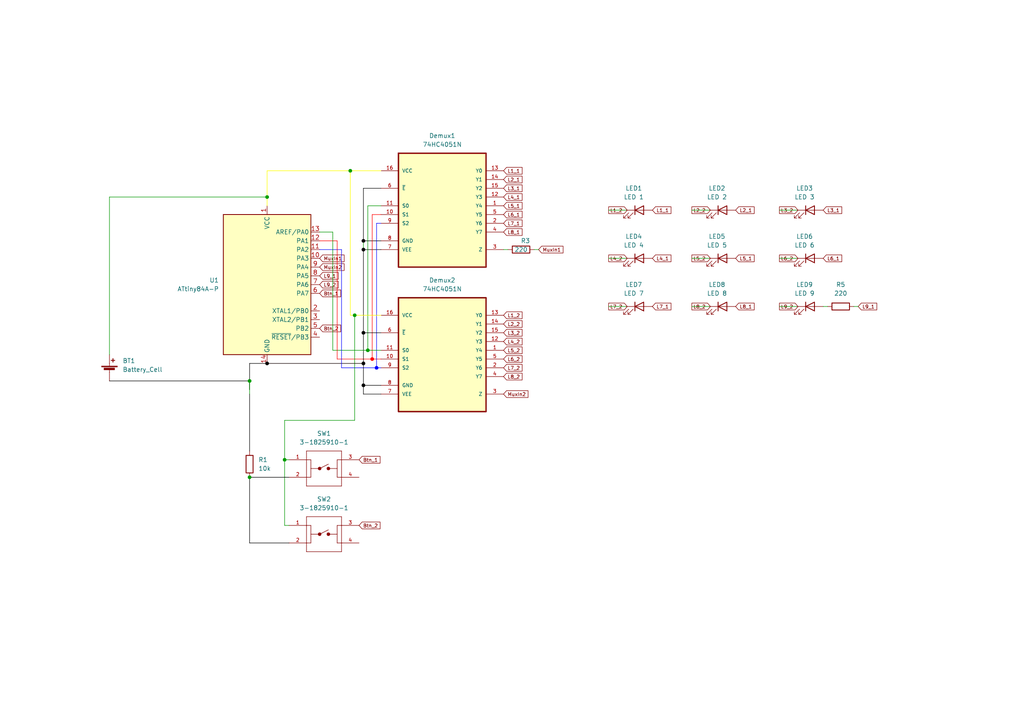
<source format=kicad_sch>
(kicad_sch (version 20211123) (generator eeschema)
  (paper "A4")
  (lib_symbols
    (symbol "74HC4051N:74HC4051N" (pin_names (offset 1.016))
      (property "Reference" "U" (at -5.207 15.8496 0))
      (property "Value" "74HC4051N" (at -5.5118 -25.1206 0))
      (symbol "74HC4051N_0_0"
        (rectangle (start -12.7 -20.32) (end 12.7 12.7) (stroke (width 0.4064)) (fill (type background)))
        (pin bidirectional line (at 17.78 -2.54 180) (length 5.08) (name "Y4") (number "1"))
        (pin input line (at -17.78 -5.08 0) (length 5.08) (name "S1") (number "10"))
        (pin input line (at -17.78 -2.54 0) (length 5.08) (name "S0") (number "11"))
        (pin bidirectional line (at 17.78 0 180) (length 5.08) (name "Y3") (number "12"))
        (pin bidirectional line (at 17.78 7.62 180) (length 5.08) (name "Y0") (number "13"))
        (pin bidirectional line (at 17.78 5.08 180) (length 5.08) (name "Y1") (number "14"))
        (pin bidirectional line (at 17.78 2.54 180) (length 5.08) (name "Y2") (number "15"))
        (pin power_in line (at -17.78 7.62 0) (length 5.08) (name "VCC") (number "16"))
        (pin bidirectional line (at 17.78 -7.62 180) (length 5.08) (name "Y6") (number "2"))
        (pin bidirectional line (at 17.78 -15.24 180) (length 5.08) (name "Z") (number "3"))
        (pin bidirectional line (at 17.78 -10.16 180) (length 5.08) (name "Y7") (number "4"))
        (pin bidirectional line (at 17.78 -5.08 180) (length 5.08) (name "Y5") (number "5"))
        (pin input line (at -17.78 2.54 0) (length 5.08) (name "~{E}") (number "6"))
        (pin power_in line (at -17.78 -15.24 0) (length 5.08) (name "VEE") (number "7"))
        (pin passive line (at -17.78 -12.7 0) (length 5.08) (name "GND") (number "8"))
        (pin input line (at -17.78 -7.62 0) (length 5.08) (name "S2") (number "9"))
      )
    )
    (symbol "Arduino push button:3-1825910-1" (pin_names (offset 1.016) hide)
      (property "Reference" "SW" (at -5.08 5.588 0))
      (property "Value" "3-1825910-1" (at -5.08 -7.62 0))
      (symbol "3-1825910-1_0_0"
        (circle (center -1.27 0) (radius 0.254) (stroke (width 0.508)))
        (polyline (pts (xy -5.08 -5.08) (xy -5.08 -2.54)) (stroke (width 0.1524)))
        (polyline (pts (xy -5.08 -2.54) (xy -5.08 2.54)) (stroke (width 0.1524)))
        (polyline (pts (xy -5.08 2.54) (xy -5.08 5.08)) (stroke (width 0.1524)))
        (polyline (pts (xy -5.08 2.54) (xy -3.81 2.54)) (stroke (width 0.1524)))
        (polyline (pts (xy -5.08 5.08) (xy 5.08 5.08)) (stroke (width 0.1524)))
        (polyline (pts (xy -3.81 -2.54) (xy -5.08 -2.54)) (stroke (width 0.1524)))
        (polyline (pts (xy -3.81 0) (xy -3.81 -2.54)) (stroke (width 0.1524)))
        (polyline (pts (xy -3.81 0) (xy -1.27 0)) (stroke (width 0.1524)))
        (polyline (pts (xy -3.81 2.54) (xy -3.81 0)) (stroke (width 0.1524)))
        (polyline (pts (xy -1.27 0) (xy 1.27 1.27)) (stroke (width 0.1524)))
        (polyline (pts (xy 1.27 0) (xy 3.81 0)) (stroke (width 0.1524)))
        (polyline (pts (xy 3.81 -2.54) (xy 5.08 -2.54)) (stroke (width 0.1524)))
        (polyline (pts (xy 3.81 0) (xy 3.81 -2.54)) (stroke (width 0.1524)))
        (polyline (pts (xy 3.81 0) (xy 3.81 2.54)) (stroke (width 0.1524)))
        (polyline (pts (xy 3.81 2.54) (xy 5.08 2.54)) (stroke (width 0.1524)))
        (polyline (pts (xy 5.08 -5.08) (xy -5.08 -5.08)) (stroke (width 0.1524)))
        (polyline (pts (xy 5.08 -2.54) (xy 5.08 -5.08)) (stroke (width 0.1524)))
        (polyline (pts (xy 5.08 2.54) (xy 5.08 -2.54)) (stroke (width 0.1524)))
        (polyline (pts (xy 5.08 5.08) (xy 5.08 2.54)) (stroke (width 0.1524)))
        (circle (center 1.27 0) (radius 0.254) (stroke (width 0.508)))
        (pin passive line (at -10.16 2.54 0) (length 5.08) (name "~") (number "1"))
        (pin passive line (at -10.16 -2.54 0) (length 5.08) (name "~") (number "2"))
        (pin passive line (at 10.16 2.54 180) (length 5.08) (name "~") (number "3"))
        (pin passive line (at 10.16 -2.54 180) (length 5.08) (name "~") (number "4"))
      )
    )
    (symbol "Device:Battery_Cell" (pin_numbers hide) (pin_names (offset 0) hide)
      (property "Reference" "BT" (at 2.54 2.54 0))
      (property "Value" "Battery_Cell" (at 2.54 0 0))
      (symbol "Battery_Cell_0_1"
        (rectangle (start -2.286 1.778) (end 2.286 1.524) (fill (type outline)))
        (rectangle (start -1.5748 1.1938) (end 1.4732 0.6858) (fill (type outline)))
        (polyline (pts (xy 0 0.762) (xy 0 0)))
        (polyline (pts (xy 0 1.778) (xy 0 2.54)))
        (polyline (pts (xy 0.508 3.429) (xy 1.524 3.429)) (stroke (width 0.254)))
        (polyline (pts (xy 1.016 3.937) (xy 1.016 2.921)) (stroke (width 0.254)))
      )
      (symbol "Battery_Cell_1_1"
        (pin passive line (at 0 5.08 270) (length 2.54) (name "+") (number "1"))
        (pin passive line (at 0 -2.54 90) (length 2.54) (name "-") (number "2"))
      )
    )
    (symbol "Device:LED" (pin_numbers hide) (pin_names (offset 1.016) hide)
      (property "Reference" "D" (at 0 2.54 0))
      (property "Value" "LED" (at 0 -2.54 0))
      (symbol "LED_0_1"
        (polyline (pts (xy -1.27 -1.27) (xy -1.27 1.27)) (stroke (width 0.254)))
        (polyline (pts (xy -1.27 0) (xy 1.27 0)))
        (polyline (pts (xy 1.27 -1.27) (xy 1.27 1.27) (xy -1.27 0) (xy 1.27 -1.27)) (stroke (width 0.254)))
        (polyline (pts (xy -3.048 -0.762) (xy -4.572 -2.286) (xy -3.81 -2.286) (xy -4.572 -2.286) (xy -4.572 -1.524)))
        (polyline (pts (xy -1.778 -0.762) (xy -3.302 -2.286) (xy -2.54 -2.286) (xy -3.302 -2.286) (xy -3.302 -1.524)))
      )
      (symbol "LED_1_1"
        (pin passive line (at -3.81 0 0) (length 2.54) (name "K") (number "1"))
        (pin passive line (at 3.81 0 180) (length 2.54) (name "A") (number "2"))
      )
    )
    (symbol "Device:R" (pin_numbers hide) (pin_names (offset 0))
      (property "Reference" "R" (at 2.032 0 90))
      (property "Value" "R" (at 0 0 90))
      (symbol "R_0_1"
        (rectangle (start -1.016 -2.54) (end 1.016 2.54) (stroke (width 0.254)))
      )
      (symbol "R_1_1"
        (pin passive line (at 0 3.81 270) (length 1.27) (name "~") (number "1"))
        (pin passive line (at 0 -3.81 90) (length 1.27) (name "~") (number "2"))
      )
    )
    (symbol "MCU_Microchip_ATtiny:ATtiny84A-P"
      (property "Reference" "U" (at -12.7 21.59 0))
      (property "Value" "ATtiny84A-P" (at 2.54 -21.59 0))
      (symbol "ATtiny84A-P_0_1"
        (rectangle (start -12.7 -20.32) (end 12.7 20.32) (stroke (width 0.254)) (fill (type background)))
      )
      (symbol "ATtiny84A-P_1_1"
        (pin power_in line (at 0 22.86 270) (length 2.54) (name "VCC") (number "1"))
        (pin bidirectional line (at 15.24 7.62 180) (length 2.54) (name "PA3") (number "10"))
        (pin bidirectional line (at 15.24 10.16 180) (length 2.54) (name "PA2") (number "11"))
        (pin bidirectional line (at 15.24 12.7 180) (length 2.54) (name "PA1") (number "12"))
        (pin bidirectional line (at 15.24 15.24 180) (length 2.54) (name "AREF/PA0") (number "13"))
        (pin power_in line (at 0 -22.86 90) (length 2.54) (name "GND") (number "14"))
        (pin bidirectional line (at 15.24 -7.62 180) (length 2.54) (name "XTAL1/PB0") (number "2"))
        (pin bidirectional line (at 15.24 -10.16 180) (length 2.54) (name "XTAL2/PB1") (number "3"))
        (pin bidirectional line (at 15.24 -15.24 180) (length 2.54) (name "~{RESET}/PB3") (number "4"))
        (pin bidirectional line (at 15.24 -12.7 180) (length 2.54) (name "PB2") (number "5"))
        (pin bidirectional line (at 15.24 -2.54 180) (length 2.54) (name "PA7") (number "6"))
        (pin bidirectional line (at 15.24 0 180) (length 2.54) (name "PA6") (number "7"))
        (pin bidirectional line (at 15.24 2.54 180) (length 2.54) (name "PA5") (number "8"))
        (pin bidirectional line (at 15.24 5.08 180) (length 2.54) (name "PA4") (number "9"))
      )
    )
  )
  (junction (at 105.41 96.52) (color 0 0 0 1))
  (junction (at 101.6 49.53))
  (junction (at 77.47 57.15))
  (junction (at 109.22 106.68) (color 0 0 255 1))
  (junction (at 105.41 72.39) (color 5 5 5 1))
  (junction (at 105.41 111.76) (color 0 0 0 1))
  (junction (at 102.87 91.44))
  (junction (at 82.55 133.35))
  (junction (at 107.95 104.14) (color 255 0 0 1))
  (junction (at 72.39 110.49))
  (junction (at 72.39 138.43))
  (junction (at 105.41 105.41) (color 0 0 0 1))
  (junction (at 106.68 101.6))
  (junction (at 105.41 69.85) (color 5 5 5 1))
  (junction (at 77.47 105.41) (color 0 0 0 1))
  (wire (pts (xy 105.41 105.41) (xy 105.41 96.52)) (stroke (width 0) (color 0 0 0 1)))
  (wire (pts (xy 102.87 91.44) (xy 101.6 91.44)) (stroke (width 0) (color 255 255 0 1)))
  (wire (pts (xy 99.06 106.68) (xy 99.06 72.39)) (stroke (width 0) (color 0 0 255 1)))
  (wire (pts (xy 83.82 152.4) (xy 82.55 152.4)))
  (wire (pts (xy 72.39 138.43) (xy 83.82 138.43)) (stroke (width 0) (color 0 0 0 1)))
  (wire (pts (xy 110.49 96.52) (xy 105.41 96.52)) (stroke (width 0) (color 0 0 0 1)))
  (wire (pts (xy 31.75 110.49) (xy 72.39 110.49)) (stroke (width 0) (color 0 0 0 1)))
  (wire (pts (xy 105.41 96.52) (xy 105.41 72.39)) (stroke (width 0) (color 0 0 0 1)))
  (wire (pts (xy 200.66 60.96) (xy 205.74 60.96)))
  (wire (pts (xy 106.68 59.69) (xy 110.49 59.69)))
  (wire (pts (xy 176.53 88.9) (xy 181.61 88.9)))
  (wire (pts (xy 82.55 152.4) (xy 82.55 133.35)))
  (wire (pts (xy 106.68 101.6) (xy 96.52 101.6)))
  (wire (pts (xy 72.39 105.41) (xy 77.47 105.41)) (stroke (width 0) (color 0 0 0 1)))
  (wire (pts (xy 96.52 101.6) (xy 96.52 67.31)))
  (wire (pts (xy 107.95 104.14) (xy 107.95 62.23)) (stroke (width 0) (color 255 0 0 1)))
  (wire (pts (xy 77.47 49.53) (xy 77.47 57.15)) (stroke (width 0) (color 255 255 0 1)))
  (wire (pts (xy 72.39 110.49) (xy 72.39 105.41)) (stroke (width 0) (color 0 0 0 1)))
  (wire (pts (xy 248.92 88.9) (xy 247.65 88.9)))
  (wire (pts (xy 110.49 91.44) (xy 102.87 91.44)) (stroke (width 0) (color 255 255 0 1)))
  (wire (pts (xy 105.41 114.3) (xy 105.41 111.76)) (stroke (width 0) (color 0 0 0 1)))
  (wire (pts (xy 101.6 49.53) (xy 101.6 91.44)) (stroke (width 0) (color 255 255 0 1)))
  (wire (pts (xy 31.75 102.87) (xy 31.75 57.15)))
  (wire (pts (xy 110.49 101.6) (xy 106.68 101.6)))
  (wire (pts (xy 102.87 91.44) (xy 102.87 121.92)))
  (wire (pts (xy 106.68 101.6) (xy 106.68 59.69)))
  (wire (pts (xy 238.76 88.9) (xy 240.03 88.9)))
  (wire (pts (xy 105.41 69.85) (xy 110.49 69.85)) (stroke (width 0) (color 0 0 0 1)))
  (wire (pts (xy 105.41 54.61) (xy 110.49 54.61)) (stroke (width 0) (color 0 0 0 1)))
  (wire (pts (xy 105.41 105.41) (xy 105.41 111.76)) (stroke (width 0) (color 0 0 0 1)))
  (wire (pts (xy 105.41 72.39) (xy 105.41 69.85)))
  (wire (pts (xy 107.95 62.23) (xy 110.49 62.23)) (stroke (width 0) (color 255 0 0 1)))
  (wire (pts (xy 97.79 104.14) (xy 97.79 69.85)) (stroke (width 0) (color 255 0 0 1)))
  (wire (pts (xy 109.22 64.77) (xy 109.22 106.68)) (stroke (width 0) (color 0 0 255 1)))
  (wire (pts (xy 200.66 74.93) (xy 205.74 74.93)))
  (wire (pts (xy 109.22 106.68) (xy 99.06 106.68)) (stroke (width 0) (color 0 0 255 1)))
  (wire (pts (xy 83.82 157.48) (xy 72.39 157.48)) (stroke (width 0) (color 0 0 0 1)))
  (wire (pts (xy 226.06 60.96) (xy 231.14 60.96)))
  (wire (pts (xy 99.06 72.39) (xy 92.71 72.39)) (stroke (width 0) (color 0 0 255 1)))
  (wire (pts (xy 226.06 74.93) (xy 231.14 74.93)))
  (wire (pts (xy 72.39 130.81) (xy 72.39 114.3)) (stroke (width 0) (color 0 0 0 1)))
  (wire (pts (xy 105.41 72.39) (xy 110.49 72.39)) (stroke (width 0) (color 0 0 0 1)))
  (wire (pts (xy 146.05 72.39) (xy 147.32 72.39)))
  (wire (pts (xy 105.41 69.85) (xy 105.41 54.61)) (stroke (width 0) (color 0 0 0 1)))
  (wire (pts (xy 82.55 133.35) (xy 83.82 133.35)))
  (wire (pts (xy 105.41 111.76) (xy 110.49 111.76)) (stroke (width 0) (color 0 0 0 1)))
  (wire (pts (xy 77.47 105.41) (xy 105.41 105.41)) (stroke (width 0) (color 18 0 0 1)))
  (wire (pts (xy 176.53 60.96) (xy 181.61 60.96)))
  (wire (pts (xy 110.49 64.77) (xy 109.22 64.77)) (stroke (width 0) (color 0 0 255 1)))
  (wire (pts (xy 176.53 74.93) (xy 181.61 74.93)))
  (wire (pts (xy 109.22 106.68) (xy 110.49 106.68)) (stroke (width 0) (color 0 0 255 1)))
  (wire (pts (xy 72.39 110.49) (xy 72.39 113.03)) (stroke (width 0) (color 0 0 0 1)))
  (wire (pts (xy 101.6 49.53) (xy 77.47 49.53)) (stroke (width 0) (color 255 255 0 1)))
  (wire (pts (xy 102.87 121.92) (xy 82.55 121.92)))
  (wire (pts (xy 226.06 88.9) (xy 231.14 88.9)))
  (wire (pts (xy 31.75 57.15) (xy 77.47 57.15)))
  (wire (pts (xy 82.55 121.92) (xy 82.55 133.35)))
  (wire (pts (xy 97.79 69.85) (xy 92.71 69.85)) (stroke (width 0) (color 255 0 0 1)))
  (wire (pts (xy 107.95 104.14) (xy 97.79 104.14)) (stroke (width 0) (color 255 0 0 1)))
  (wire (pts (xy 72.39 110.49) (xy 72.39 114.3)))
  (wire (pts (xy 77.47 57.15) (xy 77.47 59.69)) (stroke (width 0) (color 255 255 0 1)))
  (wire (pts (xy 96.52 67.31) (xy 92.71 67.31)))
  (wire (pts (xy 110.49 104.14) (xy 107.95 104.14)) (stroke (width 0) (color 255 0 0 1)))
  (wire (pts (xy 110.49 49.53) (xy 101.6 49.53)) (stroke (width 0) (color 255 255 0 1)))
  (wire (pts (xy 154.94 72.39) (xy 156.21 72.39)))
  (wire (pts (xy 72.39 157.48) (xy 72.39 138.43)) (stroke (width 0) (color 0 0 0 1)))
  (wire (pts (xy 200.66 88.9) (xy 205.74 88.9)))
  (wire (pts (xy 110.49 114.3) (xy 105.41 114.3)) (stroke (width 0) (color 0 0 0 1)))
  (global_label "L8_1" (shape input) (at 146.05 67.31 0) (effects (font (size 1 1))) (property "Intersheet References" "${INTERSHEET_REFS}" (effects hide)))
  (global_label "L1_1" (shape input) (at 189.23 60.96 0) (effects (font (size 1 1))) (property "Intersheet References" "${INTERSHEET_REFS}" (effects hide)))
  (global_label "L2_1" (shape input) (at 146.05 52.07 0) (effects (font (size 1 1))) (property "Intersheet References" "${INTERSHEET_REFS}" (effects hide)))
  (global_label "MuxIn2" (shape input) (at 92.71 77.47 0) (effects (font (size 1 1))) (property "Intersheet References" "${INTERSHEET_REFS}" (effects hide)))
  (global_label "L1_2" (shape output) (at 176.53 60.96 0) (effects (font (size 1 1))) (property "Intersheet References" "${INTERSHEET_REFS}" (effects hide)))
  (global_label "L8_2" (shape output) (at 200.66 88.9 0) (effects (font (size 1 1))) (property "Intersheet References" "${INTERSHEET_REFS}" (effects hide)))
  (global_label "L4_2" (shape input) (at 146.05 99.06 0) (effects (font (size 1 1))) (property "Intersheet References" "${INTERSHEET_REFS}" (effects hide)))
  (global_label "L4_1" (shape input) (at 189.23 74.93 0) (effects (font (size 1 1))) (property "Intersheet References" "${INTERSHEET_REFS}" (effects hide)))
  (global_label "MuxIn2" (shape input) (at 146.05 114.3 0) (effects (font (size 1 1))) (property "Intersheet References" "${INTERSHEET_REFS}" (effects hide)))
  (global_label "MuxIn1" (shape input) (at 92.71 74.93 0) (effects (font (size 1 1))) (property "Intersheet References" "${INTERSHEET_REFS}" (effects hide)))
  (global_label "L3_2" (shape output) (at 226.06 60.96 0) (effects (font (size 1 1))) (property "Intersheet References" "${INTERSHEET_REFS}" (effects hide)))
  (global_label "L8_2" (shape input) (at 146.05 109.22 0) (effects (font (size 1 1))) (property "Intersheet References" "${INTERSHEET_REFS}" (effects hide)))
  (global_label "L5_2" (shape output) (at 200.66 74.93 0) (effects (font (size 1 1))) (property "Intersheet References" "${INTERSHEET_REFS}" (effects hide)))
  (global_label "L6_1" (shape input) (at 238.76 74.93 0) (effects (font (size 1 1))) (property "Intersheet References" "${INTERSHEET_REFS}" (effects hide)))
  (global_label "L2_1" (shape input) (at 213.36 60.96 0) (effects (font (size 1 1))) (property "Intersheet References" "${INTERSHEET_REFS}" (effects hide)))
  (global_label "L7_2" (shape output) (at 176.53 88.9 0) (effects (font (size 1 1))) (property "Intersheet References" "${INTERSHEET_REFS}" (effects hide)))
  (global_label "L4_2" (shape output) (at 176.53 74.93 0) (effects (font (size 1 1))) (property "Intersheet References" "${INTERSHEET_REFS}" (effects hide)))
  (global_label "L9_2" (shape output) (at 226.06 88.9 0) (effects (font (size 1 1))) (property "Intersheet References" "${INTERSHEET_REFS}" (effects hide)))
  (global_label "L1_1" (shape input) (at 146.05 49.53 0) (effects (font (size 1 1))) (property "Intersheet References" "${INTERSHEET_REFS}" (effects hide)))
  (global_label "MuxIn1" (shape input) (at 156.21 72.39 0) (effects (font (size 1 1))) (property "Intersheet References" "${INTERSHEET_REFS}" (effects hide)))
  (global_label "L6_1" (shape input) (at 146.05 62.23 0) (effects (font (size 1 1))) (property "Intersheet References" "${INTERSHEET_REFS}" (effects hide)))
  (global_label "L1_2" (shape input) (at 146.05 91.44 0) (effects (font (size 1 1))) (property "Intersheet References" "${INTERSHEET_REFS}" (effects hide)))
  (global_label "L6_2" (shape output) (at 226.06 74.93 0) (effects (font (size 1 1))) (property "Intersheet References" "${INTERSHEET_REFS}" (effects hide)))
  (global_label "L3_1" (shape input) (at 146.05 54.61 0) (effects (font (size 1 1))) (property "Intersheet References" "${INTERSHEET_REFS}" (effects hide)))
  (global_label "L5_1" (shape input) (at 146.05 59.69 0) (effects (font (size 1 1))) (property "Intersheet References" "${INTERSHEET_REFS}" (effects hide)))
  (global_label "Btn_1" (shape input) (at 104.14 133.35 0) (effects (font (size 1 1))) (property "Intersheet References" "${INTERSHEET_REFS}" (effects hide)))
  (global_label "L9_1" (shape input) (at 92.71 80.01 0) (effects (font (size 1 1))) (property "Intersheet References" "${INTERSHEET_REFS}" (effects hide)))
  (global_label "L9_1" (shape input) (at 248.92 88.9 0) (effects (font (size 1 1))) (property "Intersheet References" "${INTERSHEET_REFS}" (effects hide)))
  (global_label "Btn_2" (shape input) (at 104.14 152.4 0) (effects (font (size 1 1))) (property "Intersheet References" "${INTERSHEET_REFS}" (effects hide)))
  (global_label "L6_2" (shape input) (at 146.05 104.14 0) (effects (font (size 1 1))) (property "Intersheet References" "${INTERSHEET_REFS}" (effects hide)))
  (global_label "L8_1" (shape input) (at 213.36 88.9 0) (effects (font (size 1 1))) (property "Intersheet References" "${INTERSHEET_REFS}" (effects hide)))
  (global_label "L4_1" (shape input) (at 146.05 57.15 0) (effects (font (size 1 1))) (property "Intersheet References" "${INTERSHEET_REFS}" (effects hide)))
  (global_label "L2_2" (shape input) (at 146.05 93.98 0) (effects (font (size 1 1))) (property "Intersheet References" "${INTERSHEET_REFS}" (effects hide)))
  (global_label "L5_1" (shape input) (at 213.36 74.93 0) (effects (font (size 1 1))) (property "Intersheet References" "${INTERSHEET_REFS}" (effects hide)))
  (global_label "L7_2" (shape input) (at 146.05 106.68 0) (effects (font (size 1 1))) (property "Intersheet References" "${INTERSHEET_REFS}" (effects hide)))
  (global_label "L2_2" (shape output) (at 200.66 60.96 0) (effects (font (size 1 1))) (property "Intersheet References" "${INTERSHEET_REFS}" (effects hide)))
  (global_label "L7_1" (shape input) (at 189.23 88.9 0) (effects (font (size 1 1))) (property "Intersheet References" "${INTERSHEET_REFS}" (effects hide)))
  (global_label "L3_2" (shape input) (at 146.05 96.52 0) (effects (font (size 1 1))) (property "Intersheet References" "${INTERSHEET_REFS}" (effects hide)))
  (global_label "Btn_2" (shape input) (at 92.71 95.25 0) (effects (font (size 1 1))) (property "Intersheet References" "${INTERSHEET_REFS}" (effects hide)))
  (global_label "L7_1" (shape input) (at 146.05 64.77 0) (effects (font (size 1 1))) (property "Intersheet References" "${INTERSHEET_REFS}" (effects hide)))
  (global_label "L3_1" (shape input) (at 238.76 60.96 0) (effects (font (size 1 1))) (property "Intersheet References" "${INTERSHEET_REFS}" (effects hide)))
  (global_label "Btn_1" (shape input) (at 92.71 85.09 0) (effects (font (size 1 1))) (property "Intersheet References" "${INTERSHEET_REFS}" (effects hide)))
  (global_label "L9_2" (shape input) (at 92.71 82.55 0) (effects (font (size 1 1))) (property "Intersheet References" "${INTERSHEET_REFS}" (effects hide)))
  (global_label "L5_2" (shape input) (at 146.05 101.6 0) (effects (font (size 1 1))) (property "Intersheet References" "${INTERSHEET_REFS}" (effects hide)))
  (symbol (lib_id "Device:R") (at 243.84 88.9 90) (unit 1)
    (property "Reference" "R5" (at 243.84 82.55 90))
    (property "Value" "220" (at 243.84 85.09 90))
    (property "Footprint" "Resistor_THT:R_Axial_DIN0204_L3.6mm_D1.6mm_P7.62mm_Horizontal" (effects hide))
  )
  (symbol (lib_id "Device:LED") (at 234.95 74.93 0) (unit 1)
    (property "Reference" "LED6" (at 233.3625 68.58 0))
    (property "Value" "LED 6" (at 233.3625 71.12 0))
    (property "Footprint" "LED_THT:LED_D5.0mm" (effects hide))
  )
  (symbol (lib_id "MCU_Microchip_ATtiny:ATtiny84A-P") (at 77.47 82.55 0) (unit 1)
    (property "Reference" "U1" (at 63.5 81.2799 0) (effects (justify right)))
    (property "Value" "ATtiny84A-P" (at 63.5 83.8199 0) (effects (justify right)))
    (property "Footprint" "Package_DIP:DIP-14_W7.62mm" (effects hide))
    (property "Datasheet" "http://ww1.microchip.com/downloads/en/DeviceDoc/doc8183.pdf" (effects hide))
  )
  (symbol (lib_id "Device:LED") (at 185.42 74.93 0) (unit 1)
    (property "Reference" "LED4" (at 183.8325 68.58 0))
    (property "Value" "LED 4" (at 183.8325 71.12 0))
    (property "Footprint" "LED_THT:LED_D5.0mm" (effects hide))
  )
  (symbol (lib_id "Device:LED") (at 209.55 88.9 0) (unit 1)
    (property "Reference" "LED8" (at 207.9625 82.55 0))
    (property "Value" "LED 8" (at 207.9625 85.09 0))
    (property "Footprint" "LED_THT:LED_D5.0mm" (effects hide))
  )
  (symbol (lib_id "Device:LED") (at 185.42 60.96 0) (unit 1)
    (property "Reference" "LED1" (at 183.8325 54.61 0))
    (property "Value" "LED 1" (at 183.8325 57.15 0))
    (property "Footprint" "LED_THT:LED_D5.0mm" (effects hide))
  )
  (symbol (lib_id "Device:R") (at 151.13 72.39 90) (unit 1)
    (property "Reference" "R3" (at 152.4 69.85 90))
    (property "Value" "220" (at 151.13 72.39 90))
    (property "Footprint" "Resistor_THT:R_Axial_DIN0204_L3.6mm_D1.6mm_P7.62mm_Horizontal" (effects hide))
  )
  (symbol (lib_id "Device:LED") (at 234.95 88.9 0) (unit 1)
    (property "Reference" "LED9" (at 233.3625 82.55 0))
    (property "Value" "LED 9" (at 233.3625 85.09 0))
    (property "Footprint" "LED_THT:LED_D5.0mm" (effects hide))
  )
  (symbol (lib_id "Device:LED") (at 185.42 88.9 0) (unit 1)
    (property "Reference" "LED7" (at 183.8325 82.55 0))
    (property "Value" "LED 7" (at 183.8325 85.09 0))
    (property "Footprint" "LED_THT:LED_D5.0mm" (effects hide))
  )
  (symbol (lib_id "Device:R") (at 72.39 134.62 180) (unit 1)
    (property "Reference" "R1" (at 74.93 133.3499 0) (effects (justify right)))
    (property "Value" "10k" (at 74.93 135.8899 0) (effects (justify right)))
    (property "Footprint" "Resistor_THT:R_Axial_DIN0204_L3.6mm_D1.6mm_P7.62mm_Horizontal" (effects hide))
  )
  (symbol (lib_id "74HC4051N:74HC4051N") (at 128.27 99.06 0) (unit 1)
    (property "Reference" "Demux2" (at 128.27 81.28 0))
    (property "Value" "74HC4051N" (at 128.27 83.82 0))
    (property "Footprint" "74HC4051N:DIP254P762X420-16" (effects hide))
    (property "PACKAGE" "DIP-16" (effects hide))
    (property "SUPPLIER" "NXP" (effects hide))
    (property "MPN" "74HC4051N" (effects hide))
    (property "OC_FARNELL" "380910" (effects hide))
    (property "OC_NEWARK" "07WX3738" (effects hide))
  )
  (symbol (lib_id "Arduino push button:3-1825910-1") (at 93.98 154.94 0) (unit 1)
    (property "Reference" "SW2" (at 93.98 144.78 0))
    (property "Value" "3-1825910-1" (at 93.98 147.32 0))
    (property "Footprint" "Arduino push button:TE_3-1825910-1" (effects hide))
    (property "EU_RoHS_Compliance" "Compliant" (effects hide))
    (property "Comment" "3-1825910-1" (effects hide))
  )
  (symbol (lib_id "74HC4051N:74HC4051N") (at 128.27 57.15 0) (unit 1)
    (property "Reference" "Demux1" (at 128.27 39.37 0))
    (property "Value" "74HC4051N" (at 128.27 41.91 0))
    (property "Footprint" "74HC4051N:DIP254P762X420-16" (effects hide))
    (property "PACKAGE" "DIP-16" (effects hide))
    (property "SUPPLIER" "NXP" (effects hide))
    (property "MPN" "74HC4051N" (effects hide))
    (property "OC_FARNELL" "380910" (effects hide))
    (property "OC_NEWARK" "07WX3738" (effects hide))
  )
  (symbol (lib_id "Device:Battery_Cell") (at 31.75 107.95 0) (unit 1)
    (property "Reference" "BT1" (at 35.56 104.6479 0) (effects (justify left)))
    (property "Value" "Battery_Cell" (at 35.56 107.1879 0) (effects (justify left)))
    (property "Footprint" "Battery:BatteryHolder_ComfortableElectronic_CH273-2450_1x2450" (effects hide))
  )
  (symbol (lib_id "Arduino push button:3-1825910-1") (at 93.98 135.89 0) (unit 1)
    (property "Reference" "SW1" (at 93.98 125.73 0))
    (property "Value" "3-1825910-1" (at 93.98 128.27 0))
    (property "Footprint" "Arduino push button:TE_3-1825910-1" (effects hide))
    (property "EU_RoHS_Compliance" "Compliant" (effects hide))
    (property "Comment" "3-1825910-1" (effects hide))
  )
  (symbol (lib_id "Device:LED") (at 209.55 60.96 0) (unit 1)
    (property "Reference" "LED2" (at 207.9625 54.61 0))
    (property "Value" "LED 2" (at 207.9625 57.15 0))
    (property "Footprint" "LED_THT:LED_D5.0mm" (effects hide))
  )
  (symbol (lib_id "Device:LED") (at 234.95 60.96 0) (unit 1)
    (property "Reference" "LED3" (at 233.3625 54.61 0))
    (property "Value" "LED 3" (at 233.3625 57.15 0))
    (property "Footprint" "LED_THT:LED_D5.0mm" (effects hide))
  )
  (symbol (lib_id "Device:LED") (at 209.55 74.93 0) (unit 1)
    (property "Reference" "LED5" (at 207.9625 68.58 0))
    (property "Value" "LED 5" (at 207.9625 71.12 0))
    (property "Footprint" "LED_THT:LED_D5.0mm" (effects hide))
  )
)
</source>
